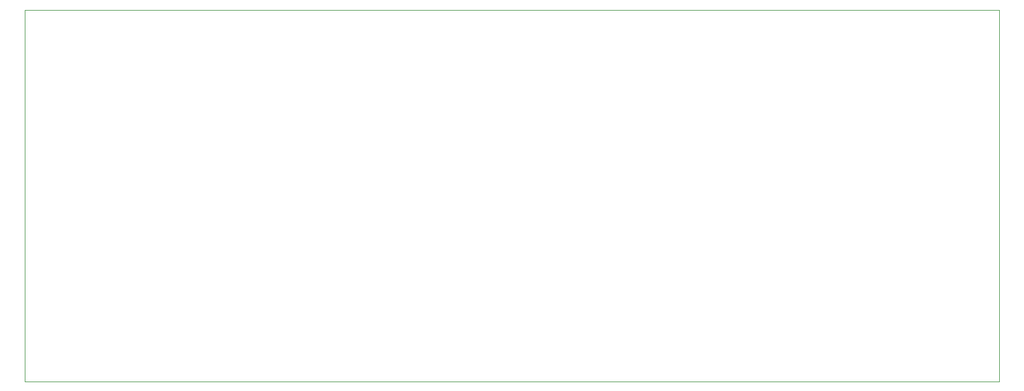
<source format=gm1>
%TF.GenerationSoftware,KiCad,Pcbnew,(6.0.4)*%
%TF.CreationDate,2022-04-07T11:47:19-07:00*%
%TF.ProjectId,rfkvm,72666b76-6d2e-46b6-9963-61645f706362,rev?*%
%TF.SameCoordinates,Original*%
%TF.FileFunction,Profile,NP*%
%FSLAX46Y46*%
G04 Gerber Fmt 4.6, Leading zero omitted, Abs format (unit mm)*
G04 Created by KiCad (PCBNEW (6.0.4)) date 2022-04-07 11:47:19*
%MOMM*%
%LPD*%
G01*
G04 APERTURE LIST*
%TA.AperFunction,Profile*%
%ADD10C,0.100000*%
%TD*%
G04 APERTURE END LIST*
D10*
X88900000Y-50800000D02*
X228600000Y-50800000D01*
X228600000Y-50800000D02*
X228600000Y-104140000D01*
X228600000Y-104140000D02*
X88900000Y-104140000D01*
X88900000Y-104140000D02*
X88900000Y-50800000D01*
M02*

</source>
